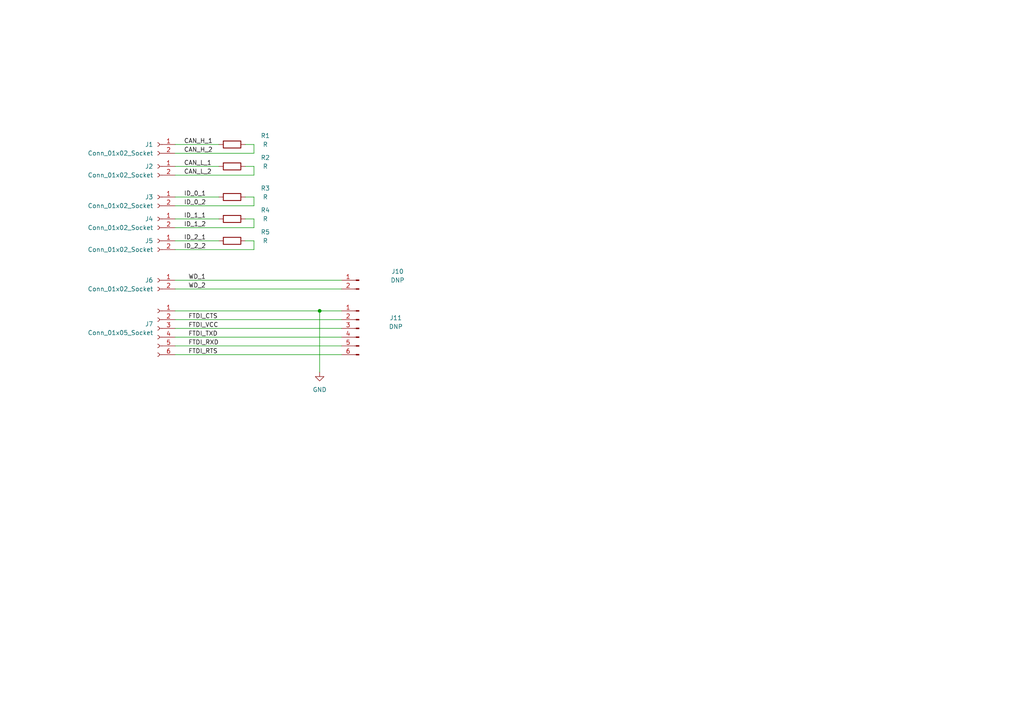
<source format=kicad_sch>
(kicad_sch (version 20231120) (generator "eeschema") (generator_version "8.0")
  (paper "A4")
  (lib_symbols
    (symbol "Connector:Conn_01x02_Pin" (pin_names (offset 1.016) hide)
      (property "Reference" "J" (at 0 2.54 0))
      (property "Value" "Conn_01x02_Pin" (at 0 -5.08 0))
      (symbol "Conn_01x02_Pin_1_1"
        (polyline (pts (xy 1.27 -2.54) (xy 0.8636 -2.54)) (stroke (width 0.1524)))
        (polyline (pts (xy 1.27 0) (xy 0.8636 0)) (stroke (width 0.1524)))
        (rectangle (start 0.8636 -2.413) (end 0 -2.667) (stroke (width 0.1524)) (fill (type outline)))
        (rectangle (start 0.8636 0.127) (end 0 -0.127) (stroke (width 0.1524)) (fill (type outline)))
        (pin passive line (at 5.08 0 180) (length 3.81) (name "Pin_1") (number "1"))
        (pin passive line (at 5.08 -2.54 180) (length 3.81) (name "Pin_2") (number "2"))
      )
    )
    (symbol "Connector:Conn_01x02_Socket" (pin_names (offset 1.016) hide)
      (property "Reference" "J" (at 0 2.54 0))
      (property "Value" "Conn_01x02_Socket" (at 0 -5.08 0))
      (symbol "Conn_01x02_Socket_1_1"
        (arc (start 0 -2.032) (mid -0.5058 -2.54) (end 0 -3.048) (stroke (width 0.1524)))
        (polyline (pts (xy -1.27 -2.54) (xy -0.508 -2.54)) (stroke (width 0.1524)))
        (polyline (pts (xy -1.27 0) (xy -0.508 0)) (stroke (width 0.1524)))
        (arc (start 0 0.508) (mid -0.5058 0) (end 0 -0.508) (stroke (width 0.1524)))
        (pin passive line (at -5.08 0 0) (length 3.81) (name "Pin_1") (number "1"))
        (pin passive line (at -5.08 -2.54 0) (length 3.81) (name "Pin_2") (number "2"))
      )
    )
    (symbol "Connector:Conn_01x06_Pin" (pin_names (offset 1.016) hide)
      (property "Reference" "J" (at 0 7.62 0))
      (property "Value" "Conn_01x06_Pin" (at 0 -10.16 0))
      (symbol "Conn_01x06_Pin_1_1"
        (polyline (pts (xy 1.27 -7.62) (xy 0.8636 -7.62)) (stroke (width 0.1524)))
        (polyline (pts (xy 1.27 -5.08) (xy 0.8636 -5.08)) (stroke (width 0.1524)))
        (polyline (pts (xy 1.27 -2.54) (xy 0.8636 -2.54)) (stroke (width 0.1524)))
        (polyline (pts (xy 1.27 0) (xy 0.8636 0)) (stroke (width 0.1524)))
        (polyline (pts (xy 1.27 2.54) (xy 0.8636 2.54)) (stroke (width 0.1524)))
        (polyline (pts (xy 1.27 5.08) (xy 0.8636 5.08)) (stroke (width 0.1524)))
        (rectangle (start 0.8636 -7.493) (end 0 -7.747) (stroke (width 0.1524)) (fill (type outline)))
        (rectangle (start 0.8636 -4.953) (end 0 -5.207) (stroke (width 0.1524)) (fill (type outline)))
        (rectangle (start 0.8636 -2.413) (end 0 -2.667) (stroke (width 0.1524)) (fill (type outline)))
        (rectangle (start 0.8636 0.127) (end 0 -0.127) (stroke (width 0.1524)) (fill (type outline)))
        (rectangle (start 0.8636 2.667) (end 0 2.413) (stroke (width 0.1524)) (fill (type outline)))
        (rectangle (start 0.8636 5.207) (end 0 4.953) (stroke (width 0.1524)) (fill (type outline)))
        (pin passive line (at 5.08 5.08 180) (length 3.81) (name "Pin_1") (number "1"))
        (pin passive line (at 5.08 2.54 180) (length 3.81) (name "Pin_2") (number "2"))
        (pin passive line (at 5.08 0 180) (length 3.81) (name "Pin_3") (number "3"))
        (pin passive line (at 5.08 -2.54 180) (length 3.81) (name "Pin_4") (number "4"))
        (pin passive line (at 5.08 -5.08 180) (length 3.81) (name "Pin_5") (number "5"))
        (pin passive line (at 5.08 -7.62 180) (length 3.81) (name "Pin_6") (number "6"))
      )
    )
    (symbol "Connector:Conn_01x06_Socket" (pin_names (offset 1.016) hide)
      (property "Reference" "J" (at 0 7.62 0))
      (property "Value" "Conn_01x06_Socket" (at 0 -10.16 0))
      (symbol "Conn_01x06_Socket_1_1"
        (arc (start 0 -7.112) (mid -0.5058 -7.62) (end 0 -8.128) (stroke (width 0.1524)))
        (arc (start 0 -4.572) (mid -0.5058 -5.08) (end 0 -5.588) (stroke (width 0.1524)))
        (arc (start 0 -2.032) (mid -0.5058 -2.54) (end 0 -3.048) (stroke (width 0.1524)))
        (polyline (pts (xy -1.27 -7.62) (xy -0.508 -7.62)) (stroke (width 0.1524)))
        (polyline (pts (xy -1.27 -5.08) (xy -0.508 -5.08)) (stroke (width 0.1524)))
        (polyline (pts (xy -1.27 -2.54) (xy -0.508 -2.54)) (stroke (width 0.1524)))
        (polyline (pts (xy -1.27 0) (xy -0.508 0)) (stroke (width 0.1524)))
        (polyline (pts (xy -1.27 2.54) (xy -0.508 2.54)) (stroke (width 0.1524)))
        (polyline (pts (xy -1.27 5.08) (xy -0.508 5.08)) (stroke (width 0.1524)))
        (arc (start 0 0.508) (mid -0.5058 0) (end 0 -0.508) (stroke (width 0.1524)))
        (arc (start 0 3.048) (mid -0.5058 2.54) (end 0 2.032) (stroke (width 0.1524)))
        (arc (start 0 5.588) (mid -0.5058 5.08) (end 0 4.572) (stroke (width 0.1524)))
        (pin passive line (at -5.08 5.08 0) (length 3.81) (name "Pin_1") (number "1"))
        (pin passive line (at -5.08 2.54 0) (length 3.81) (name "Pin_2") (number "2"))
        (pin passive line (at -5.08 0 0) (length 3.81) (name "Pin_3") (number "3"))
        (pin passive line (at -5.08 -2.54 0) (length 3.81) (name "Pin_4") (number "4"))
        (pin passive line (at -5.08 -5.08 0) (length 3.81) (name "Pin_5") (number "5"))
        (pin passive line (at -5.08 -7.62 0) (length 3.81) (name "Pin_6") (number "6"))
      )
    )
    (symbol "Device:R" (pin_numbers hide) (pin_names (offset 0))
      (property "Reference" "R" (at 2.032 0 90))
      (property "Value" "R" (at 0 0 90))
      (symbol "R_0_1"
        (rectangle (start -1.016 -2.54) (end 1.016 2.54) (stroke (width 0.254)))
      )
      (symbol "R_1_1"
        (pin passive line (at 0 3.81 270) (length 1.27) (name "~") (number "1"))
        (pin passive line (at 0 -3.81 90) (length 1.27) (name "~") (number "2"))
      )
    )
    (symbol "power:GND" (power) (pin_numbers hide) (pin_names (offset 0) hide)
      (property "Value" "GND" (at 0 -3.81 0))
      (symbol "GND_0_1"
        (polyline (pts (xy 0 0) (xy 0 -1.27) (xy 1.27 -1.27) (xy 0 -2.54) (xy -1.27 -1.27) (xy 0 -1.27)))
      )
      (symbol "GND_1_1"
        (pin power_in line (at 0 0 270) (length 0) (name "~") (number "1"))
      )
    )
  )
  (junction (at 92.71 90.17))
  (wire (pts (xy 92.71 90.17) (xy 92.71 107.95)))
  (wire (pts (xy 73.66 41.91) (xy 71.12 41.91)))
  (wire (pts (xy 50.8 50.8) (xy 73.66 50.8)))
  (wire (pts (xy 50.8 59.69) (xy 73.66 59.69)))
  (wire (pts (xy 73.66 59.69) (xy 73.66 57.15)))
  (wire (pts (xy 50.8 81.28) (xy 99.06 81.28)))
  (wire (pts (xy 50.8 102.87) (xy 99.06 102.87)))
  (wire (pts (xy 50.8 63.5) (xy 63.5 63.5)))
  (wire (pts (xy 50.8 90.17) (xy 92.71 90.17)))
  (wire (pts (xy 92.71 90.17) (xy 99.06 90.17)))
  (wire (pts (xy 50.8 69.85) (xy 63.5 69.85)))
  (wire (pts (xy 50.8 92.71) (xy 99.06 92.71)))
  (wire (pts (xy 73.66 57.15) (xy 71.12 57.15)))
  (wire (pts (xy 50.8 100.33) (xy 99.06 100.33)))
  (wire (pts (xy 73.66 63.5) (xy 71.12 63.5)))
  (wire (pts (xy 50.8 41.91) (xy 63.5 41.91)))
  (wire (pts (xy 50.8 97.79) (xy 99.06 97.79)))
  (wire (pts (xy 50.8 95.25) (xy 99.06 95.25)))
  (wire (pts (xy 73.66 50.8) (xy 73.66 48.26)))
  (wire (pts (xy 50.8 44.45) (xy 73.66 44.45)))
  (wire (pts (xy 73.66 66.04) (xy 73.66 63.5)))
  (wire (pts (xy 73.66 72.39) (xy 73.66 69.85)))
  (wire (pts (xy 50.8 66.04) (xy 73.66 66.04)))
  (wire (pts (xy 50.8 57.15) (xy 63.5 57.15)))
  (wire (pts (xy 50.8 72.39) (xy 73.66 72.39)))
  (wire (pts (xy 73.66 44.45) (xy 73.66 41.91)))
  (wire (pts (xy 50.8 48.26) (xy 63.5 48.26)))
  (wire (pts (xy 71.12 48.26) (xy 73.66 48.26)))
  (wire (pts (xy 50.8 83.82) (xy 99.06 83.82)))
  (wire (pts (xy 73.66 69.85) (xy 71.12 69.85)))
  (label "FTDI_VCC" (at 54.61 95.25 0))
  (label "ID_0_2" (at 53.34 59.69 0))
  (label "FTDI_TXD" (at 54.61 97.79 0))
  (label "CAN_H_2" (at 53.34 44.45 0))
  (label "CAN_L_1" (at 53.34 48.26 0))
  (label "ID_0_1" (at 53.34 57.15 0))
  (label "CAN_H_1" (at 53.34 41.91 0))
  (label "ID_1_1" (at 53.34 63.5 0))
  (label "FTDI_CTS" (at 54.61 92.71 0))
  (label "WD_2" (at 54.61 83.82 0))
  (label "WD_1" (at 54.61 81.28 0))
  (label "ID_2_1" (at 53.34 69.85 0))
  (label "FTDI_RXD" (at 54.61 100.33 0))
  (label "ID_2_2" (at 53.34 72.39 0))
  (label "FTDI_RTS" (at 54.61 102.87 0))
  (label "CAN_L_2" (at 53.34 50.8 0))
  (label "ID_1_2" (at 53.34 66.04 0))
  (symbol (lib_id "Connector:Conn_01x02_Socket") (at 45.72 81.28 0) (mirror y) (unit 1)
    (property "Reference" "J6" (at 44.45 81.2799 0) (effects (justify left)))
    (property "Value" "Conn_01x02_Socket" (at 44.45 83.8199 0) (effects (justify left)))
    (property "Footprint" "Connector_PinSocket_2.54mm:PinSocket_1x02_P2.54mm_Vertical" (effects (hide yes)))
    (property "Description" "Generic connector, single row, 01x02, script generated" (effects (hide yes)))
  )
  (symbol (lib_id "Device:R") (at 67.31 48.26 90) (unit 1)
    (property "Reference" "R2" (at 76.962 45.72 90))
    (property "Value" "R" (at 76.962 48.26 90))
    (property "Footprint" "Resistor_SMD:R_0603_1608Metric" (effects (hide yes)))
    (property "Description" "Resistor" (effects (hide yes)))
  )
  (symbol (lib_id "Connector:Conn_01x02_Socket") (at 45.72 69.85 0) (mirror y) (unit 1)
    (property "Reference" "J5" (at 44.45 69.8499 0) (effects (justify left)))
    (property "Value" "Conn_01x02_Socket" (at 44.45 72.3899 0) (effects (justify left)))
    (property "Footprint" "Connector_PinSocket_2.54mm:PinSocket_1x02_P2.54mm_Vertical" (effects (hide yes)))
    (property "Description" "Generic connector, single row, 01x02, script generated" (effects (hide yes)))
  )
  (symbol (lib_id "Connector:Conn_01x02_Socket") (at 45.72 57.15 0) (mirror y) (unit 1)
    (property "Reference" "J3" (at 44.45 57.1499 0) (effects (justify left)))
    (property "Value" "Conn_01x02_Socket" (at 44.45 59.6899 0) (effects (justify left)))
    (property "Footprint" "Connector_PinSocket_2.54mm:PinSocket_1x02_P2.54mm_Vertical" (effects (hide yes)))
    (property "Description" "Generic connector, single row, 01x02, script generated" (effects (hide yes)))
  )
  (symbol (lib_id "Connector:Conn_01x06_Pin") (at 104.14 95.25 0) (mirror y) (unit 1)
    (property "Reference" "J11" (at 114.808 92.202 0))
    (property "Value" "DNP" (at 114.808 94.742 0))
    (property "Footprint" "Connector_PinHeader_2.54mm:PinHeader_1x06_P2.54mm_Vertical" (effects (hide yes)))
    (property "Description" "Generic connector, single row, 01x06, script generated" (effects (hide yes)))
  )
  (symbol (lib_id "Connector:Conn_01x02_Socket") (at 45.72 63.5 0) (mirror y) (unit 1)
    (property "Reference" "J4" (at 44.45 63.4999 0) (effects (justify left)))
    (property "Value" "Conn_01x02_Socket" (at 44.45 66.0399 0) (effects (justify left)))
    (property "Footprint" "Connector_PinSocket_2.54mm:PinSocket_1x02_P2.54mm_Vertical" (effects (hide yes)))
    (property "Description" "Generic connector, single row, 01x02, script generated" (effects (hide yes)))
  )
  (symbol (lib_id "Device:R") (at 67.31 57.15 90) (unit 1)
    (property "Reference" "R3" (at 76.962 54.61 90))
    (property "Value" "R" (at 76.962 57.15 90))
    (property "Footprint" "Resistor_SMD:R_0603_1608Metric" (effects (hide yes)))
    (property "Description" "Resistor" (effects (hide yes)))
  )
  (symbol (lib_id "Device:R") (at 67.31 63.5 90) (unit 1)
    (property "Reference" "R4" (at 76.962 60.96 90))
    (property "Value" "R" (at 76.962 63.5 90))
    (property "Footprint" "Resistor_SMD:R_0603_1608Metric" (effects (hide yes)))
    (property "Description" "Resistor" (effects (hide yes)))
  )
  (symbol (lib_id "Device:R") (at 67.31 41.91 90) (unit 1)
    (property "Reference" "R1" (at 76.962 39.37 90))
    (property "Value" "R" (at 76.962 41.91 90))
    (property "Footprint" "Resistor_SMD:R_0603_1608Metric" (effects (hide yes)))
    (property "Description" "Resistor" (effects (hide yes)))
  )
  (symbol (lib_id "Device:R") (at 67.31 69.85 90) (unit 1)
    (property "Reference" "R5" (at 76.962 67.31 90))
    (property "Value" "R" (at 76.962 69.85 90))
    (property "Footprint" "Resistor_SMD:R_0603_1608Metric" (effects (hide yes)))
    (property "Description" "Resistor" (effects (hide yes)))
  )
  (symbol (lib_id "Connector:Conn_01x06_Socket") (at 45.72 95.25 0) (mirror y) (unit 1)
    (property "Reference" "J7" (at 44.45 93.9799 0) (effects (justify left)))
    (property "Value" "Conn_01x05_Socket" (at 44.45 96.5199 0) (effects (justify left)))
    (property "Footprint" "Connector_PinSocket_2.54mm:PinSocket_1x06_P2.54mm_Vertical" (effects (hide yes)))
    (property "Description" "Generic connector, single row, 01x06, script generated" (effects (hide yes)))
  )
  (symbol (lib_id "Connector:Conn_01x02_Pin") (at 104.14 81.28 0) (mirror y) (unit 1)
    (property "Reference" "J10" (at 115.316 78.74 0))
    (property "Value" "DNP" (at 115.316 81.28 0))
    (property "Footprint" "Connector_PinHeader_2.54mm:PinHeader_1x02_P2.54mm_Vertical" (effects (hide yes)))
    (property "Description" "Generic connector, single row, 01x02, script generated" (effects (hide yes)))
  )
  (symbol (lib_id "Connector:Conn_01x02_Socket") (at 45.72 48.26 0) (mirror y) (unit 1)
    (property "Reference" "J2" (at 44.45 48.2599 0) (effects (justify left)))
    (property "Value" "Conn_01x02_Socket" (at 44.45 50.7999 0) (effects (justify left)))
    (property "Footprint" "Connector_PinSocket_2.54mm:PinSocket_1x02_P2.54mm_Vertical" (effects (hide yes)))
    (property "Description" "Generic connector, single row, 01x02, script generated" (effects (hide yes)))
  )
  (symbol (lib_id "power:GND") (at 92.71 107.95 0) (unit 1)
    (property "Reference" "#PWR01" (effects (hide yes)))
    (property "Value" "GND" (at 92.71 113.03 0))
    (property "Description" "Power symbol creates a global label with name \"GND\" , ground" (effects (hide yes)))
  )
  (symbol (lib_id "Connector:Conn_01x02_Socket") (at 45.72 41.91 0) (mirror y) (unit 1)
    (property "Reference" "J1" (at 44.45 41.9099 0) (effects (justify left)))
    (property "Value" "Conn_01x02_Socket" (at 44.45 44.4499 0) (effects (justify left)))
    (property "Footprint" "Connector_PinSocket_2.54mm:PinSocket_1x02_P2.54mm_Vertical" (effects (hide yes)))
    (property "Description" "Generic connector, single row, 01x02, script generated" (effects (hide yes)))
  )
)
</source>
